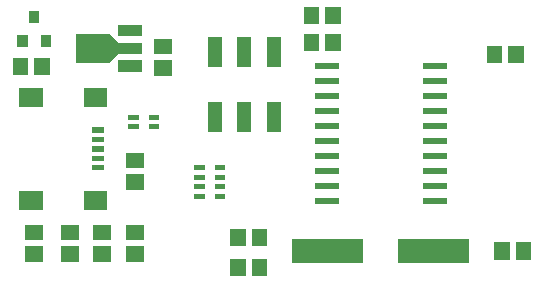
<source format=gbr>
G04 start of page 11 for group -4015 idx -4015 *
G04 Title: (unknown), toppaste *
G04 Creator: pcb 20140316 *
G04 CreationDate: Thu 30 Aug 2018 07:28:31 PM GMT UTC *
G04 For: railfan *
G04 Format: Gerber/RS-274X *
G04 PCB-Dimensions (mil): 1875.00 1000.00 *
G04 PCB-Coordinate-Origin: lower left *
%MOIN*%
%FSLAX25Y25*%
%LNTOPPASTE*%
%ADD83R,0.0630X0.0630*%
%ADD82R,0.0177X0.0177*%
%ADD81R,0.0787X0.0787*%
%ADD80R,0.0340X0.0340*%
%ADD79C,0.0001*%
%ADD78R,0.0945X0.0945*%
%ADD77R,0.0378X0.0378*%
%ADD76R,0.0200X0.0200*%
%ADD75R,0.0470X0.0470*%
%ADD74R,0.0512X0.0512*%
%ADD73R,0.0167X0.0167*%
G54D73*X74413Y34276D02*X76283D01*
X74413Y37425D02*X76283D01*
X74413Y40575D02*X76283D01*
X74413Y43724D02*X76283D01*
X67717D02*X69587D01*
X67717Y40575D02*X69587D01*
X67717Y37425D02*X69587D01*
X67717Y34276D02*X69587D01*
X45717Y60575D02*X47587D01*
X45717Y57425D02*X47587D01*
X52413D02*X54283D01*
X52413Y60575D02*X54283D01*
G54D74*X176543Y16393D02*Y15607D01*
X169457Y16393D02*Y15607D01*
G54D75*X73700Y84900D02*Y79750D01*
X83500Y84900D02*Y79750D01*
X93300Y84900D02*Y79750D01*
X73700Y63250D02*Y58100D01*
X83500Y63250D02*Y58100D01*
X93300Y63250D02*Y58100D01*
G54D74*X88543Y20893D02*Y20107D01*
X81457Y20893D02*Y20107D01*
G54D76*X108000Y77500D02*X114000D01*
X108000Y72500D02*X114000D01*
X108000Y67500D02*X114000D01*
X108000Y62500D02*X114000D01*
X108000Y57500D02*X114000D01*
X108000Y52500D02*X114000D01*
X108000Y47500D02*X114000D01*
X108000Y42500D02*X114000D01*
X108000Y37500D02*X114000D01*
X108000Y32500D02*X114000D01*
X144000D02*X150000D01*
X144000Y37500D02*X150000D01*
X144000Y42500D02*X150000D01*
X144000Y47500D02*X150000D01*
X144000Y52500D02*X150000D01*
X144000Y57500D02*X150000D01*
X144000Y62500D02*X150000D01*
X144000Y67500D02*X150000D01*
X144000Y72500D02*X150000D01*
X144000Y77500D02*X150000D01*
G54D77*X43311Y77594D02*X47405D01*
X35595Y83500D02*X47405D01*
G54D78*X31971D02*X33861D01*
G54D79*G36*
X37166Y80195D02*X40006Y83035D01*
X41426Y81615D01*
X38586Y78775D01*
X37166Y80195D01*
G37*
G36*
X38586Y88225D02*X41426Y85385D01*
X40006Y83965D01*
X37166Y86805D01*
X38586Y88225D01*
G37*
G54D77*X43311Y89406D02*X47405D01*
G54D80*X9600Y86100D02*Y85500D01*
X17400Y86100D02*Y85500D01*
X13500Y94300D02*Y93700D01*
G54D74*X16043Y77893D02*Y77107D01*
X8957Y77893D02*Y77107D01*
X56107Y84043D02*X56893D01*
X56107Y76957D02*X56893D01*
G54D81*X138843Y16000D02*X154591D01*
X103409D02*X119157D01*
G54D74*X88543Y10893D02*Y10107D01*
X81457Y10893D02*Y10107D01*
X105957Y94893D02*Y94107D01*
X113043Y94893D02*Y94107D01*
X105957Y85893D02*Y85107D01*
X113043Y85893D02*Y85107D01*
X166957Y81893D02*Y81107D01*
X174043Y81893D02*Y81107D01*
X25107Y14957D02*X25893D01*
X25107Y22043D02*X25893D01*
X13107Y14957D02*X13893D01*
X13107Y22043D02*X13893D01*
X35607Y14957D02*X36393D01*
X35607Y22043D02*X36393D01*
X46607Y14957D02*X47393D01*
X46607Y22043D02*X47393D01*
X46607Y38957D02*X47393D01*
X46607Y46043D02*X47393D01*
G54D82*X33768Y56299D02*X35933D01*
X33768Y53150D02*X35933D01*
X33768Y50000D02*X35933D01*
X33768Y46850D02*X35933D01*
X33768Y43701D02*X35933D01*
G54D83*X11524Y67126D02*X13098D01*
X11524Y32874D02*X13098D01*
X33177Y67126D02*X34752D01*
X33177Y32874D02*X34752D01*
M02*

</source>
